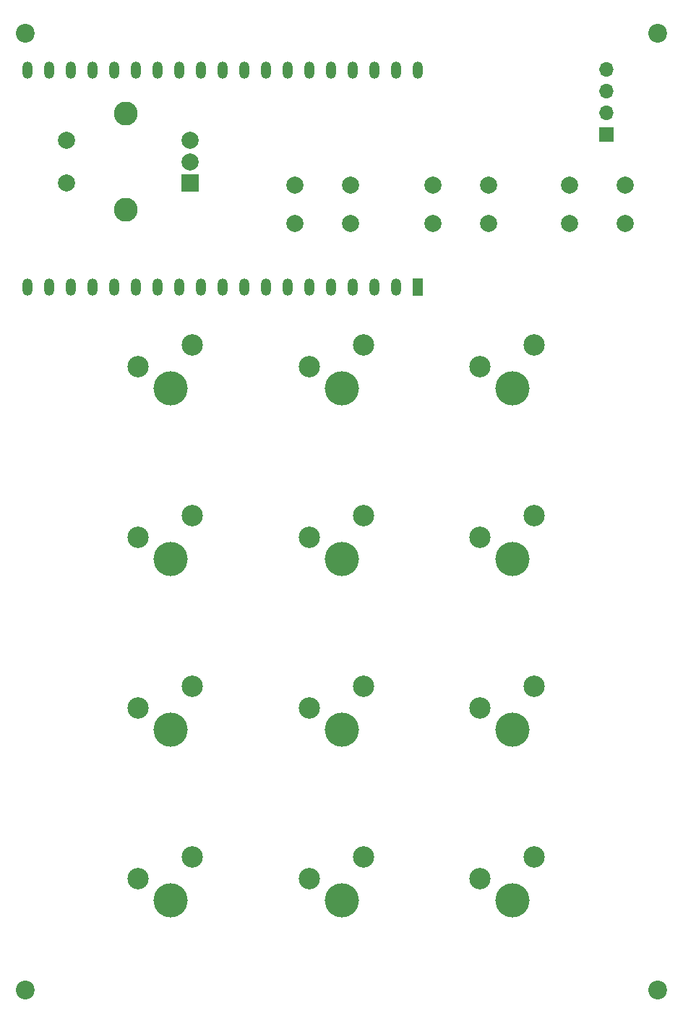
<source format=gbr>
%TF.GenerationSoftware,KiCad,Pcbnew,(6.0.1)*%
%TF.CreationDate,2023-01-12T10:24:06+01:00*%
%TF.ProjectId,MacroPad,4d616372-6f50-4616-942e-6b696361645f,rev?*%
%TF.SameCoordinates,Original*%
%TF.FileFunction,Soldermask,Bot*%
%TF.FilePolarity,Negative*%
%FSLAX46Y46*%
G04 Gerber Fmt 4.6, Leading zero omitted, Abs format (unit mm)*
G04 Created by KiCad (PCBNEW (6.0.1)) date 2023-01-12 10:24:06*
%MOMM*%
%LPD*%
G01*
G04 APERTURE LIST*
%ADD10C,2.200000*%
%ADD11C,4.000000*%
%ADD12C,2.500000*%
%ADD13C,2.000000*%
%ADD14R,2.000000X2.000000*%
%ADD15C,2.800000*%
%ADD16R,1.700000X1.700000*%
%ADD17O,1.700000X1.700000*%
%ADD18R,1.200000X2.000000*%
%ADD19O,1.200000X2.000000*%
G04 APERTURE END LIST*
D10*
%TO.C,REF\u002A\u002A*%
X94000000Y-46000000D03*
%TD*%
%TO.C,REF\u002A\u002A*%
X94000000Y-158000000D03*
%TD*%
D11*
%TO.C,SW2*%
X131000000Y-87500000D03*
D12*
X127190000Y-84960000D03*
X133540000Y-82420000D03*
%TD*%
D11*
%TO.C,SW1*%
X111000000Y-87500000D03*
D12*
X107190000Y-84960000D03*
X113540000Y-82420000D03*
%TD*%
D11*
%TO.C,SW8*%
X131000000Y-127500000D03*
D12*
X127190000Y-124960000D03*
X133540000Y-122420000D03*
%TD*%
D11*
%TO.C,SW5*%
X131000000Y-107500000D03*
D12*
X127190000Y-104960000D03*
X133540000Y-102420000D03*
%TD*%
D10*
%TO.C,REF\u002A\u002A*%
X168000000Y-158000000D03*
%TD*%
%TO.C,REF\u002A\u002A*%
X168000000Y-46000000D03*
%TD*%
D11*
%TO.C,SW11*%
X131000000Y-147500000D03*
D12*
X127190000Y-144960000D03*
X133540000Y-142420000D03*
%TD*%
D13*
%TO.C,SW14*%
X157750000Y-63750000D03*
X164250000Y-63750000D03*
X157750000Y-68250000D03*
X164250000Y-68250000D03*
%TD*%
%TO.C,SW16*%
X125550000Y-63750000D03*
X132050000Y-63750000D03*
X125550000Y-68250000D03*
X132050000Y-68250000D03*
%TD*%
D14*
%TO.C,SW13*%
X113250000Y-63500000D03*
D13*
X113250000Y-58500000D03*
X113250000Y-61000000D03*
D15*
X105750000Y-55400000D03*
X105750000Y-66600000D03*
D13*
X98750000Y-63500000D03*
X98750000Y-58500000D03*
%TD*%
D11*
%TO.C,SW9*%
X151000000Y-127500000D03*
D12*
X147190000Y-124960000D03*
X153540000Y-122420000D03*
%TD*%
D16*
%TO.C,O1*%
X162000000Y-57800000D03*
D17*
X162000000Y-55260000D03*
X162000000Y-52720000D03*
X162000000Y-50180000D03*
%TD*%
D11*
%TO.C,SW12*%
X151000000Y-147500000D03*
D12*
X147190000Y-144960000D03*
X153540000Y-142420000D03*
%TD*%
D11*
%TO.C,SW7*%
X111000000Y-127500000D03*
D12*
X107190000Y-124960000D03*
X113540000Y-122420000D03*
%TD*%
D11*
%TO.C,SW6*%
X151000000Y-107500000D03*
D12*
X147190000Y-104960000D03*
X153540000Y-102420000D03*
%TD*%
D11*
%TO.C,SW3*%
X151000000Y-87500000D03*
D12*
X147190000Y-84960000D03*
X153540000Y-82420000D03*
%TD*%
D11*
%TO.C,SW10*%
X111000000Y-147500000D03*
D12*
X107190000Y-144960000D03*
X113540000Y-142420000D03*
%TD*%
D13*
%TO.C,SW15*%
X148250000Y-63750000D03*
X141750000Y-63750000D03*
X141750000Y-68250000D03*
X148250000Y-68250000D03*
%TD*%
D11*
%TO.C,SW4*%
X111000000Y-107500000D03*
D12*
X107190000Y-104960000D03*
X113540000Y-102420000D03*
%TD*%
D18*
%TO.C,U1*%
X139903440Y-75700000D03*
D19*
X137363440Y-75700000D03*
X134823440Y-75700000D03*
X132283440Y-75700000D03*
X129743440Y-75700000D03*
X127203440Y-75700000D03*
X124663440Y-75700000D03*
X122123440Y-75700000D03*
X119583440Y-75700000D03*
X117043440Y-75700000D03*
X114503440Y-75700000D03*
X111963440Y-75700000D03*
X109423440Y-75700000D03*
X106883440Y-75700000D03*
X104343440Y-75700000D03*
X101803440Y-75700000D03*
X99263440Y-75700000D03*
X96723440Y-75700000D03*
X94183440Y-75700000D03*
X94186160Y-50303680D03*
X96726160Y-50303680D03*
X99263440Y-50300000D03*
X101803440Y-50300000D03*
X104343440Y-50300000D03*
X106883440Y-50300000D03*
X109423440Y-50300000D03*
X111963440Y-50300000D03*
X114503440Y-50300000D03*
X117043440Y-50300000D03*
X119583440Y-50300000D03*
X122123440Y-50300000D03*
X124663440Y-50300000D03*
X127203440Y-50300000D03*
X129743440Y-50300000D03*
X132283440Y-50300000D03*
X134823440Y-50300000D03*
X137363440Y-50300000D03*
X139903440Y-50300000D03*
%TD*%
M02*

</source>
